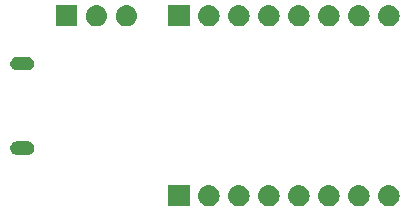
<source format=gbr>
G04 #@! TF.GenerationSoftware,KiCad,Pcbnew,(5.0.1)-3*
G04 #@! TF.CreationDate,2019-07-27T12:32:00+01:00*
G04 #@! TF.ProjectId,UsbToSerial,557362546F53657269616C2E6B696361,rev?*
G04 #@! TF.SameCoordinates,Original*
G04 #@! TF.FileFunction,Soldermask,Bot*
G04 #@! TF.FilePolarity,Negative*
%FSLAX46Y46*%
G04 Gerber Fmt 4.6, Leading zero omitted, Abs format (unit mm)*
G04 Created by KiCad (PCBNEW (5.0.1)-3) date 27/07/2019 12:32:00*
%MOMM*%
%LPD*%
G01*
G04 APERTURE LIST*
%ADD10C,0.100000*%
G04 APERTURE END LIST*
D10*
G36*
X110600442Y-86735518D02*
X110666627Y-86742037D01*
X110779853Y-86776384D01*
X110836467Y-86793557D01*
X110975087Y-86867652D01*
X110992991Y-86877222D01*
X111028729Y-86906552D01*
X111130186Y-86989814D01*
X111213448Y-87091271D01*
X111242778Y-87127009D01*
X111242779Y-87127011D01*
X111326443Y-87283533D01*
X111326443Y-87283534D01*
X111377963Y-87453373D01*
X111395359Y-87630000D01*
X111377963Y-87806627D01*
X111343616Y-87919853D01*
X111326443Y-87976467D01*
X111252348Y-88115087D01*
X111242778Y-88132991D01*
X111213448Y-88168729D01*
X111130186Y-88270186D01*
X111028729Y-88353448D01*
X110992991Y-88382778D01*
X110992989Y-88382779D01*
X110836467Y-88466443D01*
X110779853Y-88483616D01*
X110666627Y-88517963D01*
X110600442Y-88524482D01*
X110534260Y-88531000D01*
X110445740Y-88531000D01*
X110379558Y-88524482D01*
X110313373Y-88517963D01*
X110200147Y-88483616D01*
X110143533Y-88466443D01*
X109987011Y-88382779D01*
X109987009Y-88382778D01*
X109951271Y-88353448D01*
X109849814Y-88270186D01*
X109766552Y-88168729D01*
X109737222Y-88132991D01*
X109727652Y-88115087D01*
X109653557Y-87976467D01*
X109636384Y-87919853D01*
X109602037Y-87806627D01*
X109584641Y-87630000D01*
X109602037Y-87453373D01*
X109653557Y-87283534D01*
X109653557Y-87283533D01*
X109737221Y-87127011D01*
X109737222Y-87127009D01*
X109766552Y-87091271D01*
X109849814Y-86989814D01*
X109951271Y-86906552D01*
X109987009Y-86877222D01*
X110004913Y-86867652D01*
X110143533Y-86793557D01*
X110200147Y-86776384D01*
X110313373Y-86742037D01*
X110379558Y-86735518D01*
X110445740Y-86729000D01*
X110534260Y-86729000D01*
X110600442Y-86735518D01*
X110600442Y-86735518D01*
G37*
G36*
X108060442Y-86735518D02*
X108126627Y-86742037D01*
X108239853Y-86776384D01*
X108296467Y-86793557D01*
X108435087Y-86867652D01*
X108452991Y-86877222D01*
X108488729Y-86906552D01*
X108590186Y-86989814D01*
X108673448Y-87091271D01*
X108702778Y-87127009D01*
X108702779Y-87127011D01*
X108786443Y-87283533D01*
X108786443Y-87283534D01*
X108837963Y-87453373D01*
X108855359Y-87630000D01*
X108837963Y-87806627D01*
X108803616Y-87919853D01*
X108786443Y-87976467D01*
X108712348Y-88115087D01*
X108702778Y-88132991D01*
X108673448Y-88168729D01*
X108590186Y-88270186D01*
X108488729Y-88353448D01*
X108452991Y-88382778D01*
X108452989Y-88382779D01*
X108296467Y-88466443D01*
X108239853Y-88483616D01*
X108126627Y-88517963D01*
X108060442Y-88524482D01*
X107994260Y-88531000D01*
X107905740Y-88531000D01*
X107839558Y-88524482D01*
X107773373Y-88517963D01*
X107660147Y-88483616D01*
X107603533Y-88466443D01*
X107447011Y-88382779D01*
X107447009Y-88382778D01*
X107411271Y-88353448D01*
X107309814Y-88270186D01*
X107226552Y-88168729D01*
X107197222Y-88132991D01*
X107187652Y-88115087D01*
X107113557Y-87976467D01*
X107096384Y-87919853D01*
X107062037Y-87806627D01*
X107044641Y-87630000D01*
X107062037Y-87453373D01*
X107113557Y-87283534D01*
X107113557Y-87283533D01*
X107197221Y-87127011D01*
X107197222Y-87127009D01*
X107226552Y-87091271D01*
X107309814Y-86989814D01*
X107411271Y-86906552D01*
X107447009Y-86877222D01*
X107464913Y-86867652D01*
X107603533Y-86793557D01*
X107660147Y-86776384D01*
X107773373Y-86742037D01*
X107839558Y-86735518D01*
X107905740Y-86729000D01*
X107994260Y-86729000D01*
X108060442Y-86735518D01*
X108060442Y-86735518D01*
G37*
G36*
X105520442Y-86735518D02*
X105586627Y-86742037D01*
X105699853Y-86776384D01*
X105756467Y-86793557D01*
X105895087Y-86867652D01*
X105912991Y-86877222D01*
X105948729Y-86906552D01*
X106050186Y-86989814D01*
X106133448Y-87091271D01*
X106162778Y-87127009D01*
X106162779Y-87127011D01*
X106246443Y-87283533D01*
X106246443Y-87283534D01*
X106297963Y-87453373D01*
X106315359Y-87630000D01*
X106297963Y-87806627D01*
X106263616Y-87919853D01*
X106246443Y-87976467D01*
X106172348Y-88115087D01*
X106162778Y-88132991D01*
X106133448Y-88168729D01*
X106050186Y-88270186D01*
X105948729Y-88353448D01*
X105912991Y-88382778D01*
X105912989Y-88382779D01*
X105756467Y-88466443D01*
X105699853Y-88483616D01*
X105586627Y-88517963D01*
X105520442Y-88524482D01*
X105454260Y-88531000D01*
X105365740Y-88531000D01*
X105299558Y-88524482D01*
X105233373Y-88517963D01*
X105120147Y-88483616D01*
X105063533Y-88466443D01*
X104907011Y-88382779D01*
X104907009Y-88382778D01*
X104871271Y-88353448D01*
X104769814Y-88270186D01*
X104686552Y-88168729D01*
X104657222Y-88132991D01*
X104647652Y-88115087D01*
X104573557Y-87976467D01*
X104556384Y-87919853D01*
X104522037Y-87806627D01*
X104504641Y-87630000D01*
X104522037Y-87453373D01*
X104573557Y-87283534D01*
X104573557Y-87283533D01*
X104657221Y-87127011D01*
X104657222Y-87127009D01*
X104686552Y-87091271D01*
X104769814Y-86989814D01*
X104871271Y-86906552D01*
X104907009Y-86877222D01*
X104924913Y-86867652D01*
X105063533Y-86793557D01*
X105120147Y-86776384D01*
X105233373Y-86742037D01*
X105299558Y-86735518D01*
X105365740Y-86729000D01*
X105454260Y-86729000D01*
X105520442Y-86735518D01*
X105520442Y-86735518D01*
G37*
G36*
X102980442Y-86735518D02*
X103046627Y-86742037D01*
X103159853Y-86776384D01*
X103216467Y-86793557D01*
X103355087Y-86867652D01*
X103372991Y-86877222D01*
X103408729Y-86906552D01*
X103510186Y-86989814D01*
X103593448Y-87091271D01*
X103622778Y-87127009D01*
X103622779Y-87127011D01*
X103706443Y-87283533D01*
X103706443Y-87283534D01*
X103757963Y-87453373D01*
X103775359Y-87630000D01*
X103757963Y-87806627D01*
X103723616Y-87919853D01*
X103706443Y-87976467D01*
X103632348Y-88115087D01*
X103622778Y-88132991D01*
X103593448Y-88168729D01*
X103510186Y-88270186D01*
X103408729Y-88353448D01*
X103372991Y-88382778D01*
X103372989Y-88382779D01*
X103216467Y-88466443D01*
X103159853Y-88483616D01*
X103046627Y-88517963D01*
X102980442Y-88524482D01*
X102914260Y-88531000D01*
X102825740Y-88531000D01*
X102759558Y-88524482D01*
X102693373Y-88517963D01*
X102580147Y-88483616D01*
X102523533Y-88466443D01*
X102367011Y-88382779D01*
X102367009Y-88382778D01*
X102331271Y-88353448D01*
X102229814Y-88270186D01*
X102146552Y-88168729D01*
X102117222Y-88132991D01*
X102107652Y-88115087D01*
X102033557Y-87976467D01*
X102016384Y-87919853D01*
X101982037Y-87806627D01*
X101964641Y-87630000D01*
X101982037Y-87453373D01*
X102033557Y-87283534D01*
X102033557Y-87283533D01*
X102117221Y-87127011D01*
X102117222Y-87127009D01*
X102146552Y-87091271D01*
X102229814Y-86989814D01*
X102331271Y-86906552D01*
X102367009Y-86877222D01*
X102384913Y-86867652D01*
X102523533Y-86793557D01*
X102580147Y-86776384D01*
X102693373Y-86742037D01*
X102759558Y-86735518D01*
X102825740Y-86729000D01*
X102914260Y-86729000D01*
X102980442Y-86735518D01*
X102980442Y-86735518D01*
G37*
G36*
X100440442Y-86735518D02*
X100506627Y-86742037D01*
X100619853Y-86776384D01*
X100676467Y-86793557D01*
X100815087Y-86867652D01*
X100832991Y-86877222D01*
X100868729Y-86906552D01*
X100970186Y-86989814D01*
X101053448Y-87091271D01*
X101082778Y-87127009D01*
X101082779Y-87127011D01*
X101166443Y-87283533D01*
X101166443Y-87283534D01*
X101217963Y-87453373D01*
X101235359Y-87630000D01*
X101217963Y-87806627D01*
X101183616Y-87919853D01*
X101166443Y-87976467D01*
X101092348Y-88115087D01*
X101082778Y-88132991D01*
X101053448Y-88168729D01*
X100970186Y-88270186D01*
X100868729Y-88353448D01*
X100832991Y-88382778D01*
X100832989Y-88382779D01*
X100676467Y-88466443D01*
X100619853Y-88483616D01*
X100506627Y-88517963D01*
X100440442Y-88524482D01*
X100374260Y-88531000D01*
X100285740Y-88531000D01*
X100219558Y-88524482D01*
X100153373Y-88517963D01*
X100040147Y-88483616D01*
X99983533Y-88466443D01*
X99827011Y-88382779D01*
X99827009Y-88382778D01*
X99791271Y-88353448D01*
X99689814Y-88270186D01*
X99606552Y-88168729D01*
X99577222Y-88132991D01*
X99567652Y-88115087D01*
X99493557Y-87976467D01*
X99476384Y-87919853D01*
X99442037Y-87806627D01*
X99424641Y-87630000D01*
X99442037Y-87453373D01*
X99493557Y-87283534D01*
X99493557Y-87283533D01*
X99577221Y-87127011D01*
X99577222Y-87127009D01*
X99606552Y-87091271D01*
X99689814Y-86989814D01*
X99791271Y-86906552D01*
X99827009Y-86877222D01*
X99844913Y-86867652D01*
X99983533Y-86793557D01*
X100040147Y-86776384D01*
X100153373Y-86742037D01*
X100219558Y-86735518D01*
X100285740Y-86729000D01*
X100374260Y-86729000D01*
X100440442Y-86735518D01*
X100440442Y-86735518D01*
G37*
G36*
X97900442Y-86735518D02*
X97966627Y-86742037D01*
X98079853Y-86776384D01*
X98136467Y-86793557D01*
X98275087Y-86867652D01*
X98292991Y-86877222D01*
X98328729Y-86906552D01*
X98430186Y-86989814D01*
X98513448Y-87091271D01*
X98542778Y-87127009D01*
X98542779Y-87127011D01*
X98626443Y-87283533D01*
X98626443Y-87283534D01*
X98677963Y-87453373D01*
X98695359Y-87630000D01*
X98677963Y-87806627D01*
X98643616Y-87919853D01*
X98626443Y-87976467D01*
X98552348Y-88115087D01*
X98542778Y-88132991D01*
X98513448Y-88168729D01*
X98430186Y-88270186D01*
X98328729Y-88353448D01*
X98292991Y-88382778D01*
X98292989Y-88382779D01*
X98136467Y-88466443D01*
X98079853Y-88483616D01*
X97966627Y-88517963D01*
X97900442Y-88524482D01*
X97834260Y-88531000D01*
X97745740Y-88531000D01*
X97679558Y-88524482D01*
X97613373Y-88517963D01*
X97500147Y-88483616D01*
X97443533Y-88466443D01*
X97287011Y-88382779D01*
X97287009Y-88382778D01*
X97251271Y-88353448D01*
X97149814Y-88270186D01*
X97066552Y-88168729D01*
X97037222Y-88132991D01*
X97027652Y-88115087D01*
X96953557Y-87976467D01*
X96936384Y-87919853D01*
X96902037Y-87806627D01*
X96884641Y-87630000D01*
X96902037Y-87453373D01*
X96953557Y-87283534D01*
X96953557Y-87283533D01*
X97037221Y-87127011D01*
X97037222Y-87127009D01*
X97066552Y-87091271D01*
X97149814Y-86989814D01*
X97251271Y-86906552D01*
X97287009Y-86877222D01*
X97304913Y-86867652D01*
X97443533Y-86793557D01*
X97500147Y-86776384D01*
X97613373Y-86742037D01*
X97679558Y-86735518D01*
X97745740Y-86729000D01*
X97834260Y-86729000D01*
X97900442Y-86735518D01*
X97900442Y-86735518D01*
G37*
G36*
X95360442Y-86735518D02*
X95426627Y-86742037D01*
X95539853Y-86776384D01*
X95596467Y-86793557D01*
X95735087Y-86867652D01*
X95752991Y-86877222D01*
X95788729Y-86906552D01*
X95890186Y-86989814D01*
X95973448Y-87091271D01*
X96002778Y-87127009D01*
X96002779Y-87127011D01*
X96086443Y-87283533D01*
X96086443Y-87283534D01*
X96137963Y-87453373D01*
X96155359Y-87630000D01*
X96137963Y-87806627D01*
X96103616Y-87919853D01*
X96086443Y-87976467D01*
X96012348Y-88115087D01*
X96002778Y-88132991D01*
X95973448Y-88168729D01*
X95890186Y-88270186D01*
X95788729Y-88353448D01*
X95752991Y-88382778D01*
X95752989Y-88382779D01*
X95596467Y-88466443D01*
X95539853Y-88483616D01*
X95426627Y-88517963D01*
X95360442Y-88524482D01*
X95294260Y-88531000D01*
X95205740Y-88531000D01*
X95139558Y-88524482D01*
X95073373Y-88517963D01*
X94960147Y-88483616D01*
X94903533Y-88466443D01*
X94747011Y-88382779D01*
X94747009Y-88382778D01*
X94711271Y-88353448D01*
X94609814Y-88270186D01*
X94526552Y-88168729D01*
X94497222Y-88132991D01*
X94487652Y-88115087D01*
X94413557Y-87976467D01*
X94396384Y-87919853D01*
X94362037Y-87806627D01*
X94344641Y-87630000D01*
X94362037Y-87453373D01*
X94413557Y-87283534D01*
X94413557Y-87283533D01*
X94497221Y-87127011D01*
X94497222Y-87127009D01*
X94526552Y-87091271D01*
X94609814Y-86989814D01*
X94711271Y-86906552D01*
X94747009Y-86877222D01*
X94764913Y-86867652D01*
X94903533Y-86793557D01*
X94960147Y-86776384D01*
X95073373Y-86742037D01*
X95139558Y-86735518D01*
X95205740Y-86729000D01*
X95294260Y-86729000D01*
X95360442Y-86735518D01*
X95360442Y-86735518D01*
G37*
G36*
X93611000Y-88531000D02*
X91809000Y-88531000D01*
X91809000Y-86729000D01*
X93611000Y-86729000D01*
X93611000Y-88531000D01*
X93611000Y-88531000D01*
G37*
G36*
X79982916Y-83017334D02*
X80091492Y-83050271D01*
X80191557Y-83103756D01*
X80279264Y-83175736D01*
X80351244Y-83263443D01*
X80404729Y-83363508D01*
X80437666Y-83472084D01*
X80448787Y-83585000D01*
X80437666Y-83697916D01*
X80404729Y-83806492D01*
X80351244Y-83906557D01*
X80279264Y-83994264D01*
X80191557Y-84066244D01*
X80091492Y-84119729D01*
X79982916Y-84152666D01*
X79898298Y-84161000D01*
X78991702Y-84161000D01*
X78907084Y-84152666D01*
X78798508Y-84119729D01*
X78698443Y-84066244D01*
X78610736Y-83994264D01*
X78538756Y-83906557D01*
X78485271Y-83806492D01*
X78452334Y-83697916D01*
X78441213Y-83585000D01*
X78452334Y-83472084D01*
X78485271Y-83363508D01*
X78538756Y-83263443D01*
X78610736Y-83175736D01*
X78698443Y-83103756D01*
X78798508Y-83050271D01*
X78907084Y-83017334D01*
X78991702Y-83009000D01*
X79898298Y-83009000D01*
X79982916Y-83017334D01*
X79982916Y-83017334D01*
G37*
G36*
X79982916Y-75867334D02*
X80091492Y-75900271D01*
X80191557Y-75953756D01*
X80279264Y-76025736D01*
X80351244Y-76113443D01*
X80404729Y-76213508D01*
X80437666Y-76322084D01*
X80448787Y-76435000D01*
X80437666Y-76547916D01*
X80404729Y-76656492D01*
X80351244Y-76756557D01*
X80279264Y-76844264D01*
X80191557Y-76916244D01*
X80091492Y-76969729D01*
X79982916Y-77002666D01*
X79898298Y-77011000D01*
X78991702Y-77011000D01*
X78907084Y-77002666D01*
X78798508Y-76969729D01*
X78698443Y-76916244D01*
X78610736Y-76844264D01*
X78538756Y-76756557D01*
X78485271Y-76656492D01*
X78452334Y-76547916D01*
X78441213Y-76435000D01*
X78452334Y-76322084D01*
X78485271Y-76213508D01*
X78538756Y-76113443D01*
X78610736Y-76025736D01*
X78698443Y-75953756D01*
X78798508Y-75900271D01*
X78907084Y-75867334D01*
X78991702Y-75859000D01*
X79898298Y-75859000D01*
X79982916Y-75867334D01*
X79982916Y-75867334D01*
G37*
G36*
X84086000Y-73291000D02*
X82284000Y-73291000D01*
X82284000Y-71489000D01*
X84086000Y-71489000D01*
X84086000Y-73291000D01*
X84086000Y-73291000D01*
G37*
G36*
X88375443Y-71495519D02*
X88441627Y-71502037D01*
X88554853Y-71536384D01*
X88611467Y-71553557D01*
X88750087Y-71627652D01*
X88767991Y-71637222D01*
X88803729Y-71666552D01*
X88905186Y-71749814D01*
X88988448Y-71851271D01*
X89017778Y-71887009D01*
X89017779Y-71887011D01*
X89101443Y-72043533D01*
X89101443Y-72043534D01*
X89152963Y-72213373D01*
X89170359Y-72390000D01*
X89152963Y-72566627D01*
X89118616Y-72679853D01*
X89101443Y-72736467D01*
X89027348Y-72875087D01*
X89017778Y-72892991D01*
X88988448Y-72928729D01*
X88905186Y-73030186D01*
X88803729Y-73113448D01*
X88767991Y-73142778D01*
X88767989Y-73142779D01*
X88611467Y-73226443D01*
X88554853Y-73243616D01*
X88441627Y-73277963D01*
X88375443Y-73284481D01*
X88309260Y-73291000D01*
X88220740Y-73291000D01*
X88154557Y-73284481D01*
X88088373Y-73277963D01*
X87975147Y-73243616D01*
X87918533Y-73226443D01*
X87762011Y-73142779D01*
X87762009Y-73142778D01*
X87726271Y-73113448D01*
X87624814Y-73030186D01*
X87541552Y-72928729D01*
X87512222Y-72892991D01*
X87502652Y-72875087D01*
X87428557Y-72736467D01*
X87411384Y-72679853D01*
X87377037Y-72566627D01*
X87359641Y-72390000D01*
X87377037Y-72213373D01*
X87428557Y-72043534D01*
X87428557Y-72043533D01*
X87512221Y-71887011D01*
X87512222Y-71887009D01*
X87541552Y-71851271D01*
X87624814Y-71749814D01*
X87726271Y-71666552D01*
X87762009Y-71637222D01*
X87779913Y-71627652D01*
X87918533Y-71553557D01*
X87975147Y-71536384D01*
X88088373Y-71502037D01*
X88154557Y-71495519D01*
X88220740Y-71489000D01*
X88309260Y-71489000D01*
X88375443Y-71495519D01*
X88375443Y-71495519D01*
G37*
G36*
X85835443Y-71495519D02*
X85901627Y-71502037D01*
X86014853Y-71536384D01*
X86071467Y-71553557D01*
X86210087Y-71627652D01*
X86227991Y-71637222D01*
X86263729Y-71666552D01*
X86365186Y-71749814D01*
X86448448Y-71851271D01*
X86477778Y-71887009D01*
X86477779Y-71887011D01*
X86561443Y-72043533D01*
X86561443Y-72043534D01*
X86612963Y-72213373D01*
X86630359Y-72390000D01*
X86612963Y-72566627D01*
X86578616Y-72679853D01*
X86561443Y-72736467D01*
X86487348Y-72875087D01*
X86477778Y-72892991D01*
X86448448Y-72928729D01*
X86365186Y-73030186D01*
X86263729Y-73113448D01*
X86227991Y-73142778D01*
X86227989Y-73142779D01*
X86071467Y-73226443D01*
X86014853Y-73243616D01*
X85901627Y-73277963D01*
X85835443Y-73284481D01*
X85769260Y-73291000D01*
X85680740Y-73291000D01*
X85614557Y-73284481D01*
X85548373Y-73277963D01*
X85435147Y-73243616D01*
X85378533Y-73226443D01*
X85222011Y-73142779D01*
X85222009Y-73142778D01*
X85186271Y-73113448D01*
X85084814Y-73030186D01*
X85001552Y-72928729D01*
X84972222Y-72892991D01*
X84962652Y-72875087D01*
X84888557Y-72736467D01*
X84871384Y-72679853D01*
X84837037Y-72566627D01*
X84819641Y-72390000D01*
X84837037Y-72213373D01*
X84888557Y-72043534D01*
X84888557Y-72043533D01*
X84972221Y-71887011D01*
X84972222Y-71887009D01*
X85001552Y-71851271D01*
X85084814Y-71749814D01*
X85186271Y-71666552D01*
X85222009Y-71637222D01*
X85239913Y-71627652D01*
X85378533Y-71553557D01*
X85435147Y-71536384D01*
X85548373Y-71502037D01*
X85614557Y-71495519D01*
X85680740Y-71489000D01*
X85769260Y-71489000D01*
X85835443Y-71495519D01*
X85835443Y-71495519D01*
G37*
G36*
X93611000Y-73291000D02*
X91809000Y-73291000D01*
X91809000Y-71489000D01*
X93611000Y-71489000D01*
X93611000Y-73291000D01*
X93611000Y-73291000D01*
G37*
G36*
X95360443Y-71495519D02*
X95426627Y-71502037D01*
X95539853Y-71536384D01*
X95596467Y-71553557D01*
X95735087Y-71627652D01*
X95752991Y-71637222D01*
X95788729Y-71666552D01*
X95890186Y-71749814D01*
X95973448Y-71851271D01*
X96002778Y-71887009D01*
X96002779Y-71887011D01*
X96086443Y-72043533D01*
X96086443Y-72043534D01*
X96137963Y-72213373D01*
X96155359Y-72390000D01*
X96137963Y-72566627D01*
X96103616Y-72679853D01*
X96086443Y-72736467D01*
X96012348Y-72875087D01*
X96002778Y-72892991D01*
X95973448Y-72928729D01*
X95890186Y-73030186D01*
X95788729Y-73113448D01*
X95752991Y-73142778D01*
X95752989Y-73142779D01*
X95596467Y-73226443D01*
X95539853Y-73243616D01*
X95426627Y-73277963D01*
X95360443Y-73284481D01*
X95294260Y-73291000D01*
X95205740Y-73291000D01*
X95139557Y-73284481D01*
X95073373Y-73277963D01*
X94960147Y-73243616D01*
X94903533Y-73226443D01*
X94747011Y-73142779D01*
X94747009Y-73142778D01*
X94711271Y-73113448D01*
X94609814Y-73030186D01*
X94526552Y-72928729D01*
X94497222Y-72892991D01*
X94487652Y-72875087D01*
X94413557Y-72736467D01*
X94396384Y-72679853D01*
X94362037Y-72566627D01*
X94344641Y-72390000D01*
X94362037Y-72213373D01*
X94413557Y-72043534D01*
X94413557Y-72043533D01*
X94497221Y-71887011D01*
X94497222Y-71887009D01*
X94526552Y-71851271D01*
X94609814Y-71749814D01*
X94711271Y-71666552D01*
X94747009Y-71637222D01*
X94764913Y-71627652D01*
X94903533Y-71553557D01*
X94960147Y-71536384D01*
X95073373Y-71502037D01*
X95139557Y-71495519D01*
X95205740Y-71489000D01*
X95294260Y-71489000D01*
X95360443Y-71495519D01*
X95360443Y-71495519D01*
G37*
G36*
X97900443Y-71495519D02*
X97966627Y-71502037D01*
X98079853Y-71536384D01*
X98136467Y-71553557D01*
X98275087Y-71627652D01*
X98292991Y-71637222D01*
X98328729Y-71666552D01*
X98430186Y-71749814D01*
X98513448Y-71851271D01*
X98542778Y-71887009D01*
X98542779Y-71887011D01*
X98626443Y-72043533D01*
X98626443Y-72043534D01*
X98677963Y-72213373D01*
X98695359Y-72390000D01*
X98677963Y-72566627D01*
X98643616Y-72679853D01*
X98626443Y-72736467D01*
X98552348Y-72875087D01*
X98542778Y-72892991D01*
X98513448Y-72928729D01*
X98430186Y-73030186D01*
X98328729Y-73113448D01*
X98292991Y-73142778D01*
X98292989Y-73142779D01*
X98136467Y-73226443D01*
X98079853Y-73243616D01*
X97966627Y-73277963D01*
X97900443Y-73284481D01*
X97834260Y-73291000D01*
X97745740Y-73291000D01*
X97679557Y-73284481D01*
X97613373Y-73277963D01*
X97500147Y-73243616D01*
X97443533Y-73226443D01*
X97287011Y-73142779D01*
X97287009Y-73142778D01*
X97251271Y-73113448D01*
X97149814Y-73030186D01*
X97066552Y-72928729D01*
X97037222Y-72892991D01*
X97027652Y-72875087D01*
X96953557Y-72736467D01*
X96936384Y-72679853D01*
X96902037Y-72566627D01*
X96884641Y-72390000D01*
X96902037Y-72213373D01*
X96953557Y-72043534D01*
X96953557Y-72043533D01*
X97037221Y-71887011D01*
X97037222Y-71887009D01*
X97066552Y-71851271D01*
X97149814Y-71749814D01*
X97251271Y-71666552D01*
X97287009Y-71637222D01*
X97304913Y-71627652D01*
X97443533Y-71553557D01*
X97500147Y-71536384D01*
X97613373Y-71502037D01*
X97679557Y-71495519D01*
X97745740Y-71489000D01*
X97834260Y-71489000D01*
X97900443Y-71495519D01*
X97900443Y-71495519D01*
G37*
G36*
X100440443Y-71495519D02*
X100506627Y-71502037D01*
X100619853Y-71536384D01*
X100676467Y-71553557D01*
X100815087Y-71627652D01*
X100832991Y-71637222D01*
X100868729Y-71666552D01*
X100970186Y-71749814D01*
X101053448Y-71851271D01*
X101082778Y-71887009D01*
X101082779Y-71887011D01*
X101166443Y-72043533D01*
X101166443Y-72043534D01*
X101217963Y-72213373D01*
X101235359Y-72390000D01*
X101217963Y-72566627D01*
X101183616Y-72679853D01*
X101166443Y-72736467D01*
X101092348Y-72875087D01*
X101082778Y-72892991D01*
X101053448Y-72928729D01*
X100970186Y-73030186D01*
X100868729Y-73113448D01*
X100832991Y-73142778D01*
X100832989Y-73142779D01*
X100676467Y-73226443D01*
X100619853Y-73243616D01*
X100506627Y-73277963D01*
X100440443Y-73284481D01*
X100374260Y-73291000D01*
X100285740Y-73291000D01*
X100219557Y-73284481D01*
X100153373Y-73277963D01*
X100040147Y-73243616D01*
X99983533Y-73226443D01*
X99827011Y-73142779D01*
X99827009Y-73142778D01*
X99791271Y-73113448D01*
X99689814Y-73030186D01*
X99606552Y-72928729D01*
X99577222Y-72892991D01*
X99567652Y-72875087D01*
X99493557Y-72736467D01*
X99476384Y-72679853D01*
X99442037Y-72566627D01*
X99424641Y-72390000D01*
X99442037Y-72213373D01*
X99493557Y-72043534D01*
X99493557Y-72043533D01*
X99577221Y-71887011D01*
X99577222Y-71887009D01*
X99606552Y-71851271D01*
X99689814Y-71749814D01*
X99791271Y-71666552D01*
X99827009Y-71637222D01*
X99844913Y-71627652D01*
X99983533Y-71553557D01*
X100040147Y-71536384D01*
X100153373Y-71502037D01*
X100219557Y-71495519D01*
X100285740Y-71489000D01*
X100374260Y-71489000D01*
X100440443Y-71495519D01*
X100440443Y-71495519D01*
G37*
G36*
X102980443Y-71495519D02*
X103046627Y-71502037D01*
X103159853Y-71536384D01*
X103216467Y-71553557D01*
X103355087Y-71627652D01*
X103372991Y-71637222D01*
X103408729Y-71666552D01*
X103510186Y-71749814D01*
X103593448Y-71851271D01*
X103622778Y-71887009D01*
X103622779Y-71887011D01*
X103706443Y-72043533D01*
X103706443Y-72043534D01*
X103757963Y-72213373D01*
X103775359Y-72390000D01*
X103757963Y-72566627D01*
X103723616Y-72679853D01*
X103706443Y-72736467D01*
X103632348Y-72875087D01*
X103622778Y-72892991D01*
X103593448Y-72928729D01*
X103510186Y-73030186D01*
X103408729Y-73113448D01*
X103372991Y-73142778D01*
X103372989Y-73142779D01*
X103216467Y-73226443D01*
X103159853Y-73243616D01*
X103046627Y-73277963D01*
X102980443Y-73284481D01*
X102914260Y-73291000D01*
X102825740Y-73291000D01*
X102759557Y-73284481D01*
X102693373Y-73277963D01*
X102580147Y-73243616D01*
X102523533Y-73226443D01*
X102367011Y-73142779D01*
X102367009Y-73142778D01*
X102331271Y-73113448D01*
X102229814Y-73030186D01*
X102146552Y-72928729D01*
X102117222Y-72892991D01*
X102107652Y-72875087D01*
X102033557Y-72736467D01*
X102016384Y-72679853D01*
X101982037Y-72566627D01*
X101964641Y-72390000D01*
X101982037Y-72213373D01*
X102033557Y-72043534D01*
X102033557Y-72043533D01*
X102117221Y-71887011D01*
X102117222Y-71887009D01*
X102146552Y-71851271D01*
X102229814Y-71749814D01*
X102331271Y-71666552D01*
X102367009Y-71637222D01*
X102384913Y-71627652D01*
X102523533Y-71553557D01*
X102580147Y-71536384D01*
X102693373Y-71502037D01*
X102759557Y-71495519D01*
X102825740Y-71489000D01*
X102914260Y-71489000D01*
X102980443Y-71495519D01*
X102980443Y-71495519D01*
G37*
G36*
X108060443Y-71495519D02*
X108126627Y-71502037D01*
X108239853Y-71536384D01*
X108296467Y-71553557D01*
X108435087Y-71627652D01*
X108452991Y-71637222D01*
X108488729Y-71666552D01*
X108590186Y-71749814D01*
X108673448Y-71851271D01*
X108702778Y-71887009D01*
X108702779Y-71887011D01*
X108786443Y-72043533D01*
X108786443Y-72043534D01*
X108837963Y-72213373D01*
X108855359Y-72390000D01*
X108837963Y-72566627D01*
X108803616Y-72679853D01*
X108786443Y-72736467D01*
X108712348Y-72875087D01*
X108702778Y-72892991D01*
X108673448Y-72928729D01*
X108590186Y-73030186D01*
X108488729Y-73113448D01*
X108452991Y-73142778D01*
X108452989Y-73142779D01*
X108296467Y-73226443D01*
X108239853Y-73243616D01*
X108126627Y-73277963D01*
X108060443Y-73284481D01*
X107994260Y-73291000D01*
X107905740Y-73291000D01*
X107839557Y-73284481D01*
X107773373Y-73277963D01*
X107660147Y-73243616D01*
X107603533Y-73226443D01*
X107447011Y-73142779D01*
X107447009Y-73142778D01*
X107411271Y-73113448D01*
X107309814Y-73030186D01*
X107226552Y-72928729D01*
X107197222Y-72892991D01*
X107187652Y-72875087D01*
X107113557Y-72736467D01*
X107096384Y-72679853D01*
X107062037Y-72566627D01*
X107044641Y-72390000D01*
X107062037Y-72213373D01*
X107113557Y-72043534D01*
X107113557Y-72043533D01*
X107197221Y-71887011D01*
X107197222Y-71887009D01*
X107226552Y-71851271D01*
X107309814Y-71749814D01*
X107411271Y-71666552D01*
X107447009Y-71637222D01*
X107464913Y-71627652D01*
X107603533Y-71553557D01*
X107660147Y-71536384D01*
X107773373Y-71502037D01*
X107839557Y-71495519D01*
X107905740Y-71489000D01*
X107994260Y-71489000D01*
X108060443Y-71495519D01*
X108060443Y-71495519D01*
G37*
G36*
X110600443Y-71495519D02*
X110666627Y-71502037D01*
X110779853Y-71536384D01*
X110836467Y-71553557D01*
X110975087Y-71627652D01*
X110992991Y-71637222D01*
X111028729Y-71666552D01*
X111130186Y-71749814D01*
X111213448Y-71851271D01*
X111242778Y-71887009D01*
X111242779Y-71887011D01*
X111326443Y-72043533D01*
X111326443Y-72043534D01*
X111377963Y-72213373D01*
X111395359Y-72390000D01*
X111377963Y-72566627D01*
X111343616Y-72679853D01*
X111326443Y-72736467D01*
X111252348Y-72875087D01*
X111242778Y-72892991D01*
X111213448Y-72928729D01*
X111130186Y-73030186D01*
X111028729Y-73113448D01*
X110992991Y-73142778D01*
X110992989Y-73142779D01*
X110836467Y-73226443D01*
X110779853Y-73243616D01*
X110666627Y-73277963D01*
X110600443Y-73284481D01*
X110534260Y-73291000D01*
X110445740Y-73291000D01*
X110379557Y-73284481D01*
X110313373Y-73277963D01*
X110200147Y-73243616D01*
X110143533Y-73226443D01*
X109987011Y-73142779D01*
X109987009Y-73142778D01*
X109951271Y-73113448D01*
X109849814Y-73030186D01*
X109766552Y-72928729D01*
X109737222Y-72892991D01*
X109727652Y-72875087D01*
X109653557Y-72736467D01*
X109636384Y-72679853D01*
X109602037Y-72566627D01*
X109584641Y-72390000D01*
X109602037Y-72213373D01*
X109653557Y-72043534D01*
X109653557Y-72043533D01*
X109737221Y-71887011D01*
X109737222Y-71887009D01*
X109766552Y-71851271D01*
X109849814Y-71749814D01*
X109951271Y-71666552D01*
X109987009Y-71637222D01*
X110004913Y-71627652D01*
X110143533Y-71553557D01*
X110200147Y-71536384D01*
X110313373Y-71502037D01*
X110379557Y-71495519D01*
X110445740Y-71489000D01*
X110534260Y-71489000D01*
X110600443Y-71495519D01*
X110600443Y-71495519D01*
G37*
G36*
X105520443Y-71495519D02*
X105586627Y-71502037D01*
X105699853Y-71536384D01*
X105756467Y-71553557D01*
X105895087Y-71627652D01*
X105912991Y-71637222D01*
X105948729Y-71666552D01*
X106050186Y-71749814D01*
X106133448Y-71851271D01*
X106162778Y-71887009D01*
X106162779Y-71887011D01*
X106246443Y-72043533D01*
X106246443Y-72043534D01*
X106297963Y-72213373D01*
X106315359Y-72390000D01*
X106297963Y-72566627D01*
X106263616Y-72679853D01*
X106246443Y-72736467D01*
X106172348Y-72875087D01*
X106162778Y-72892991D01*
X106133448Y-72928729D01*
X106050186Y-73030186D01*
X105948729Y-73113448D01*
X105912991Y-73142778D01*
X105912989Y-73142779D01*
X105756467Y-73226443D01*
X105699853Y-73243616D01*
X105586627Y-73277963D01*
X105520443Y-73284481D01*
X105454260Y-73291000D01*
X105365740Y-73291000D01*
X105299557Y-73284481D01*
X105233373Y-73277963D01*
X105120147Y-73243616D01*
X105063533Y-73226443D01*
X104907011Y-73142779D01*
X104907009Y-73142778D01*
X104871271Y-73113448D01*
X104769814Y-73030186D01*
X104686552Y-72928729D01*
X104657222Y-72892991D01*
X104647652Y-72875087D01*
X104573557Y-72736467D01*
X104556384Y-72679853D01*
X104522037Y-72566627D01*
X104504641Y-72390000D01*
X104522037Y-72213373D01*
X104573557Y-72043534D01*
X104573557Y-72043533D01*
X104657221Y-71887011D01*
X104657222Y-71887009D01*
X104686552Y-71851271D01*
X104769814Y-71749814D01*
X104871271Y-71666552D01*
X104907009Y-71637222D01*
X104924913Y-71627652D01*
X105063533Y-71553557D01*
X105120147Y-71536384D01*
X105233373Y-71502037D01*
X105299557Y-71495519D01*
X105365740Y-71489000D01*
X105454260Y-71489000D01*
X105520443Y-71495519D01*
X105520443Y-71495519D01*
G37*
M02*

</source>
